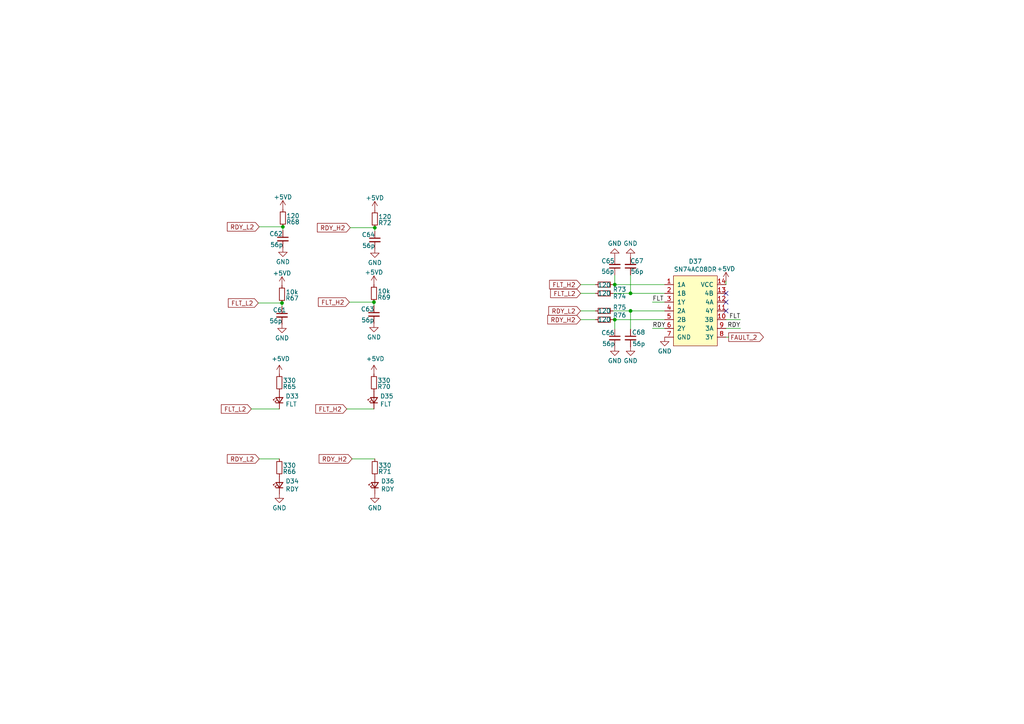
<source format=kicad_sch>
(kicad_sch (version 20211123) (generator eeschema)
  (paper "A4")
  (lib_symbols
    (symbol "Device:C_Small" (pin_numbers hide) (pin_names (offset 0.254) hide)
      (property "Reference" "C" (at 0.254 1.778 0))
      (property "Value" "C_Small" (at 0.254 -2.032 0))
      (symbol "C_Small_0_1"
        (polyline (pts (xy -1.524 -0.508) (xy 1.524 -0.508)) (stroke (width 0.3302)))
        (polyline (pts (xy -1.524 0.508) (xy 1.524 0.508)) (stroke (width 0.3048)))
      )
      (symbol "C_Small_1_1"
        (pin passive line (at 0 2.54 270) (length 2.032) (name "~") (number "1"))
        (pin passive line (at 0 -2.54 90) (length 2.032) (name "~") (number "2"))
      )
    )
    (symbol "Device:LED_Small" (pin_numbers hide) (pin_names (offset 0.254) hide)
      (property "Reference" "D" (at -1.27 3.175 0))
      (property "Value" "LED_Small" (at -4.445 -2.54 0))
      (symbol "LED_Small_0_1"
        (polyline (pts (xy -0.762 -1.016) (xy -0.762 1.016)) (stroke (width 0.254)))
        (polyline (pts (xy 1.016 0) (xy -0.762 0)))
        (polyline (pts (xy 0.762 -1.016) (xy -0.762 0) (xy 0.762 1.016) (xy 0.762 -1.016)) (stroke (width 0.254)))
        (polyline (pts (xy 0 0.762) (xy -0.508 1.27) (xy -0.254 1.27) (xy -0.508 1.27) (xy -0.508 1.016)))
        (polyline (pts (xy 0.508 1.27) (xy 0 1.778) (xy 0.254 1.778) (xy 0 1.778) (xy 0 1.524)))
      )
      (symbol "LED_Small_1_1"
        (pin passive line (at -2.54 0 0) (length 1.778) (name "K") (number "1"))
        (pin passive line (at 2.54 0 180) (length 1.778) (name "A") (number "2"))
      )
    )
    (symbol "Device:R_Small" (pin_numbers hide) (pin_names (offset 0.254) hide)
      (property "Reference" "R" (at 0.762 0.508 0))
      (property "Value" "R_Small" (at 0.762 -1.016 0))
      (symbol "R_Small_0_1"
        (rectangle (start -0.762 1.778) (end 0.762 -1.778) (stroke (width 0.2032)))
      )
      (symbol "R_Small_1_1"
        (pin passive line (at 0 2.54 270) (length 0.762) (name "~") (number "1"))
        (pin passive line (at 0 -2.54 90) (length 0.762) (name "~") (number "2"))
      )
    )
    (symbol "Logic:SN74AC08DR" (pin_names (offset 1.016))
      (property "Reference" "D" (at 0 0 0))
      (property "Value" "Logic_SN74AC08DR" (at 0 -2.54 0))
      (symbol "SN74AC08DR_0_1"
        (rectangle (start -6.35 -3.81) (end 6.35 -24.13) (fill (type background)))
      )
      (symbol "SN74AC08DR_1_1"
        (pin input line (at -8.89 -6.35 0) (length 2.54) (name "1A") (number "1"))
        (pin input line (at 8.89 -16.51 180) (length 2.54) (name "3B") (number "10"))
        (pin output line (at 8.89 -13.97 180) (length 2.54) (name "4Y") (number "11"))
        (pin input line (at 8.89 -11.43 180) (length 2.54) (name "4A") (number "12"))
        (pin input line (at 8.89 -8.89 180) (length 2.54) (name "4B") (number "13"))
        (pin input line (at 8.89 -6.35 180) (length 2.54) (name "VCC") (number "14"))
        (pin input line (at -8.89 -8.89 0) (length 2.54) (name "1B") (number "2"))
        (pin output line (at -8.89 -11.43 0) (length 2.54) (name "1Y") (number "3"))
        (pin input line (at -8.89 -13.97 0) (length 2.54) (name "2A") (number "4"))
        (pin input line (at -8.89 -16.51 0) (length 2.54) (name "2B") (number "5"))
        (pin output line (at -8.89 -19.05 0) (length 2.54) (name "2Y") (number "6"))
        (pin input line (at -8.89 -21.59 0) (length 2.54) (name "GND") (number "7"))
        (pin output line (at 8.89 -21.59 180) (length 2.54) (name "3Y") (number "8"))
        (pin input line (at 8.89 -19.05 180) (length 2.54) (name "3A") (number "9"))
      )
    )
    (symbol "power:+5VD" (power) (pin_names (offset 0))
      (property "Value" "+5VD" (at 0 3.556 0))
      (symbol "+5VD_0_1"
        (polyline (pts (xy -0.762 1.27) (xy 0 2.54)))
        (polyline (pts (xy 0 0) (xy 0 2.54)))
        (polyline (pts (xy 0 2.54) (xy 0.762 1.27)))
      )
      (symbol "+5VD_1_1"
        (pin power_in line (at 0 0 90) (length 0) hide (name "+5VD") (number "1"))
      )
    )
    (symbol "power:GND" (power) (pin_names (offset 0))
      (property "Value" "GND" (at 0 -3.81 0))
      (symbol "GND_0_1"
        (polyline (pts (xy 0 0) (xy 0 -1.27) (xy 1.27 -1.27) (xy 0 -2.54) (xy -1.27 -1.27) (xy 0 -1.27)))
      )
      (symbol "GND_1_1"
        (pin power_in line (at 0 0 270) (length 0) hide (name "GND") (number "1"))
      )
    )
  )
  (junction (at 81.788 87.884))
  (junction (at 178.308 82.55))
  (junction (at 82.042 65.786))
  (junction (at 108.458 87.63))
  (junction (at 182.88 85.09))
  (junction (at 182.88 90.17))
  (junction (at 108.712 66.04))
  (junction (at 178.308 92.71))
  (no_connect (at 210.566 87.63))
  (no_connect (at 210.566 90.17))
  (no_connect (at 210.566 85.09))
  (wire (pts (xy 214.757 92.71) (xy 210.566 92.71)))
  (wire (pts (xy 177.8 82.55) (xy 178.308 82.55)))
  (wire (pts (xy 178.308 95.504) (xy 178.308 92.71)))
  (wire (pts (xy 168.402 82.55) (xy 172.72 82.55)))
  (wire (pts (xy 101.6 66.04) (xy 108.712 66.04)))
  (wire (pts (xy 75.184 133.096) (xy 81.026 133.096)))
  (wire (pts (xy 75.184 65.786) (xy 82.042 65.786)))
  (wire (pts (xy 168.402 92.71) (xy 172.72 92.71)))
  (wire (pts (xy 210.566 97.79) (xy 211.328 97.79)))
  (wire (pts (xy 102.108 133.096) (xy 108.712 133.096)))
  (wire (pts (xy 214.757 95.25) (xy 210.566 95.25)))
  (wire (pts (xy 178.308 79.756) (xy 178.308 82.55)))
  (wire (pts (xy 189.23 95.25) (xy 192.786 95.25)))
  (wire (pts (xy 101.346 87.63) (xy 108.458 87.63)))
  (wire (pts (xy 108.458 88.646) (xy 108.458 87.63)))
  (wire (pts (xy 177.8 92.71) (xy 178.308 92.71)))
  (wire (pts (xy 74.93 87.884) (xy 81.788 87.884)))
  (wire (pts (xy 210.566 82.55) (xy 210.566 81.534)))
  (wire (pts (xy 177.8 90.17) (xy 182.88 90.17)))
  (wire (pts (xy 177.8 85.09) (xy 182.88 85.09)))
  (wire (pts (xy 168.402 90.17) (xy 172.72 90.17)))
  (wire (pts (xy 178.308 82.55) (xy 192.786 82.55)))
  (wire (pts (xy 72.898 118.618) (xy 81.026 118.618)))
  (wire (pts (xy 182.88 79.756) (xy 182.88 85.09)))
  (wire (pts (xy 81.788 88.9) (xy 81.788 87.884)))
  (wire (pts (xy 178.308 92.71) (xy 192.786 92.71)))
  (wire (pts (xy 100.584 118.618) (xy 108.458 118.618)))
  (wire (pts (xy 168.402 85.09) (xy 172.72 85.09)))
  (wire (pts (xy 182.88 95.504) (xy 182.88 90.17)))
  (wire (pts (xy 182.88 85.09) (xy 192.786 85.09)))
  (wire (pts (xy 189.23 87.63) (xy 192.786 87.63)))
  (wire (pts (xy 182.88 90.17) (xy 192.786 90.17)))
  (wire (pts (xy 108.712 67.056) (xy 108.712 66.04)))
  (wire (pts (xy 82.042 66.802) (xy 82.042 65.786)))
  (label "RDY" (at 214.757 95.25 180))
  (label "FLT" (at 189.23 87.63 0))
  (label "FLT" (at 214.757 92.71 180))
  (label "RDY" (at 189.23 95.25 0))
  (global_label "FLT_H2" (shape input) (at 101.346 87.63 180) (property "Intersheet References" "${INTERSHEET_REFS}" (effects hide)))
  (global_label "FLT_L2" (shape input) (at 72.898 118.618 180) (property "Intersheet References" "${INTERSHEET_REFS}" (effects hide)))
  (global_label "RDY_H2" (shape input) (at 101.6 66.04 180) (property "Intersheet References" "${INTERSHEET_REFS}" (effects hide)))
  (global_label "RDY_H2" (shape input) (at 168.402 92.71 180) (property "Intersheet References" "${INTERSHEET_REFS}" (effects hide)))
  (global_label "RDY_L2" (shape input) (at 75.184 133.096 180) (property "Intersheet References" "${INTERSHEET_REFS}" (effects hide)))
  (global_label "FLT_L2" (shape input) (at 74.93 87.884 180) (property "Intersheet References" "${INTERSHEET_REFS}" (effects hide)))
  (global_label "FLT_H2" (shape input) (at 168.402 82.55 180) (property "Intersheet References" "${INTERSHEET_REFS}" (effects hide)))
  (global_label "RDY_L2" (shape input) (at 75.184 65.786 180) (property "Intersheet References" "${INTERSHEET_REFS}" (effects hide)))
  (global_label "FLT_L2" (shape input) (at 168.402 85.09 180) (property "Intersheet References" "${INTERSHEET_REFS}" (effects hide)))
  (global_label "RDY_H2" (shape input) (at 102.108 133.096 180) (property "Intersheet References" "${INTERSHEET_REFS}" (effects hide)))
  (global_label "FAULT_2" (shape output) (at 211.328 97.79 0) (property "Intersheet References" "${INTERSHEET_REFS}" (effects hide)))
  (global_label "FLT_H2" (shape input) (at 100.584 118.618 180) (property "Intersheet References" "${INTERSHEET_REFS}" (effects hide)))
  (global_label "RDY_L2" (shape input) (at 168.402 90.17 180) (property "Intersheet References" "${INTERSHEET_REFS}" (effects hide)))
  (symbol (lib_id "Device:C_Small") (at 182.88 77.216 180) (unit 1)
    (property "Reference" "C67" (at 186.69 75.692 0) (effects (justify left)))
    (property "Value" "56p" (at 186.69 78.74 0) (effects (justify left)))
    (property "Footprint" "Capacitor_SMD:C_0805_2012Metric_Pad1.18x1.45mm_HandSolder" (effects hide))
  )
  (symbol (lib_id "Device:R_Small") (at 81.026 110.998 180) (unit 1)
    (property "Reference" "R65" (at 83.947 112.141 0))
    (property "Value" "330" (at 83.947 110.363 0))
    (property "Footprint" "Resistor_SMD:R_0805_2012Metric_Pad1.20x1.40mm_HandSolder" (effects hide))
  )
  (symbol (lib_id "Device:LED_Small") (at 81.026 116.078 90) (unit 1)
    (property "Reference" "D33" (at 82.804 114.9096 90) (effects (justify right)))
    (property "Value" "FLT" (at 82.804 117.221 90) (effects (justify right)))
    (property "Footprint" "LED_SMD:LED_0805_2012Metric_Pad1.15x1.40mm_HandSolder" (effects hide))
  )
  (symbol (lib_id "power:+5VD") (at 210.566 81.534 0) (unit 1)
    (property "Reference" "#PWR0104" (effects hide))
    (property "Value" "+5VD" (at 210.566 77.978 0))
  )
  (symbol (lib_id "Device:C_Small") (at 81.788 91.44 0) (unit 1)
    (property "Reference" "C61" (at 79.121 89.916 0) (effects (justify left)))
    (property "Value" "56p" (at 78.105 93.091 0) (effects (justify left)))
    (property "Footprint" "Capacitor_SMD:C_0805_2012Metric_Pad1.18x1.45mm_HandSolder" (effects hide))
  )
  (symbol (lib_id "Device:R_Small") (at 108.458 85.09 180) (unit 1)
    (property "Reference" "R69" (at 111.379 86.233 0))
    (property "Value" "10k" (at 111.379 84.455 0))
    (property "Footprint" "Resistor_SMD:R_0805_2012Metric_Pad1.20x1.40mm_HandSolder" (effects hide))
  )
  (symbol (lib_id "Device:LED_Small") (at 81.026 140.716 90) (unit 1)
    (property "Reference" "D34" (at 82.804 139.5476 90) (effects (justify right)))
    (property "Value" "RDY" (at 82.804 141.859 90) (effects (justify right)))
    (property "Footprint" "LED_SMD:LED_0805_2012Metric_Pad1.15x1.40mm_HandSolder" (effects hide))
  )
  (symbol (lib_id "power:GND") (at 81.788 93.98 0) (unit 1)
    (property "Reference" "#PWR0182" (effects hide))
    (property "Value" "GND" (at 79.756 98.044 0) (effects (justify left)))
  )
  (symbol (lib_id "Device:LED_Small") (at 108.712 140.716 90) (unit 1)
    (property "Reference" "D36" (at 110.49 139.5476 90) (effects (justify right)))
    (property "Value" "RDY" (at 110.49 141.859 90) (effects (justify right)))
    (property "Footprint" "LED_SMD:LED_0805_2012Metric_Pad1.15x1.40mm_HandSolder" (effects hide))
  )
  (symbol (lib_id "Device:C_Small") (at 178.308 77.216 180) (unit 1)
    (property "Reference" "C65" (at 178.308 75.692 0) (effects (justify left)))
    (property "Value" "56p" (at 178.181 78.74 0) (effects (justify left)))
    (property "Footprint" "Capacitor_SMD:C_0805_2012Metric_Pad1.18x1.45mm_HandSolder" (effects hide))
  )
  (symbol (lib_id "power:GND") (at 81.026 143.256 0) (unit 1)
    (property "Reference" "#PWR0184" (effects hide))
    (property "Value" "GND" (at 78.994 147.32 0) (effects (justify left)))
  )
  (symbol (lib_id "power:+5VD") (at 108.712 60.96 0) (unit 1)
    (property "Reference" "#PWR097" (effects hide))
    (property "Value" "+5VD" (at 108.712 57.404 0))
  )
  (symbol (lib_id "Device:C_Small") (at 182.88 98.044 0) (unit 1)
    (property "Reference" "C68" (at 183.261 96.393 0) (effects (justify left)))
    (property "Value" "56p" (at 183.388 99.695 0) (effects (justify left)))
    (property "Footprint" "Capacitor_SMD:C_0805_2012Metric_Pad1.18x1.45mm_HandSolder" (effects hide))
  )
  (symbol (lib_id "power:GND") (at 178.308 74.676 180) (unit 1)
    (property "Reference" "#PWR0177" (effects hide))
    (property "Value" "GND" (at 180.34 70.612 0) (effects (justify left)))
  )
  (symbol (lib_id "power:GND") (at 182.88 100.584 0) (unit 1)
    (property "Reference" "#PWR0179" (effects hide))
    (property "Value" "GND" (at 180.848 104.648 0) (effects (justify left)))
  )
  (symbol (lib_id "power:GND") (at 192.786 97.79 0) (unit 1)
    (property "Reference" "#PWR0187" (effects hide))
    (property "Value" "GND" (at 190.754 101.854 0) (effects (justify left)))
  )
  (symbol (lib_id "power:GND") (at 108.712 143.256 0) (unit 1)
    (property "Reference" "#PWR0185" (effects hide))
    (property "Value" "GND" (at 106.68 147.32 0) (effects (justify left)))
  )
  (symbol (lib_id "power:+5VD") (at 82.042 60.706 0) (unit 1)
    (property "Reference" "#PWR091" (effects hide))
    (property "Value" "+5VD" (at 82.042 57.15 0))
  )
  (symbol (lib_id "Device:R_Small") (at 175.26 85.09 270) (unit 1)
    (property "Reference" "R74" (at 179.705 85.979 90))
    (property "Value" "120" (at 175.26 85.09 90))
    (property "Footprint" "Resistor_SMD:R_0805_2012Metric_Pad1.20x1.40mm_HandSolder" (effects hide))
  )
  (symbol (lib_id "power:+5VD") (at 81.788 82.804 0) (unit 1)
    (property "Reference" "#PWR089" (effects hide))
    (property "Value" "+5VD" (at 81.788 79.248 0))
  )
  (symbol (lib_id "power:GND") (at 178.308 100.584 0) (unit 1)
    (property "Reference" "#PWR0180" (effects hide))
    (property "Value" "GND" (at 176.276 104.648 0) (effects (justify left)))
  )
  (symbol (lib_id "Device:LED_Small") (at 108.458 116.078 90) (unit 1)
    (property "Reference" "D35" (at 110.236 114.9096 90) (effects (justify right)))
    (property "Value" "FLT" (at 110.236 117.221 90) (effects (justify right)))
    (property "Footprint" "LED_SMD:LED_0805_2012Metric_Pad1.15x1.40mm_HandSolder" (effects hide))
  )
  (symbol (lib_id "Device:R_Small") (at 108.712 135.636 180) (unit 1)
    (property "Reference" "R71" (at 111.633 136.779 0))
    (property "Value" "330" (at 111.633 135.001 0))
    (property "Footprint" "Resistor_SMD:R_0805_2012Metric_Pad1.20x1.40mm_HandSolder" (effects hide))
  )
  (symbol (lib_id "Device:C_Small") (at 178.308 98.044 0) (unit 1)
    (property "Reference" "C66" (at 174.371 96.52 0) (effects (justify left)))
    (property "Value" "56p" (at 174.625 99.695 0) (effects (justify left)))
    (property "Footprint" "Capacitor_SMD:C_0805_2012Metric_Pad1.18x1.45mm_HandSolder" (effects hide))
  )
  (symbol (lib_id "Device:R_Small") (at 81.788 85.344 180) (unit 1)
    (property "Reference" "R67" (at 84.709 86.487 0))
    (property "Value" "10k" (at 84.709 84.709 0))
    (property "Footprint" "Resistor_SMD:R_0805_2012Metric_Pad1.20x1.40mm_HandSolder" (effects hide))
  )
  (symbol (lib_id "Device:C_Small") (at 108.458 91.186 0) (unit 1)
    (property "Reference" "C63" (at 104.648 89.662 0) (effects (justify left)))
    (property "Value" "56p" (at 104.775 92.837 0) (effects (justify left)))
    (property "Footprint" "Capacitor_SMD:C_0805_2012Metric_Pad1.18x1.45mm_HandSolder" (effects hide))
  )
  (symbol (lib_id "power:+5VD") (at 81.026 108.458 0) (unit 1)
    (property "Reference" "#PWR087" (effects hide))
    (property "Value" "+5VD" (at 81.407 104.0638 0))
  )
  (symbol (lib_id "Device:R_Small") (at 108.458 110.998 180) (unit 1)
    (property "Reference" "R70" (at 111.379 112.141 0))
    (property "Value" "330" (at 111.379 110.363 0))
    (property "Footprint" "Resistor_SMD:R_0805_2012Metric_Pad1.20x1.40mm_HandSolder" (effects hide))
  )
  (symbol (lib_id "power:GND") (at 108.712 72.136 0) (unit 1)
    (property "Reference" "#PWR0181" (effects hide))
    (property "Value" "GND" (at 106.68 76.2 0) (effects (justify left)))
  )
  (symbol (lib_id "Device:R_Small") (at 108.712 63.5 180) (unit 1)
    (property "Reference" "R72" (at 111.633 64.643 0))
    (property "Value" "120" (at 111.633 62.865 0))
    (property "Footprint" "Resistor_SMD:R_0805_2012Metric_Pad1.20x1.40mm_HandSolder" (effects hide))
  )
  (symbol (lib_id "Device:C_Small") (at 82.042 69.342 0) (unit 1)
    (property "Reference" "C62" (at 78.105 67.818 0) (effects (justify left)))
    (property "Value" "56p" (at 78.359 70.993 0) (effects (justify left)))
    (property "Footprint" "Capacitor_SMD:C_0805_2012Metric_Pad1.18x1.45mm_HandSolder" (effects hide))
  )
  (symbol (lib_id "power:GND") (at 182.88 74.676 180) (unit 1)
    (property "Reference" "#PWR0178" (effects hide))
    (property "Value" "GND" (at 184.912 70.612 0) (effects (justify left)))
  )
  (symbol (lib_id "Device:C_Small") (at 108.712 69.596 0) (unit 1)
    (property "Reference" "C64" (at 104.902 68.072 0) (effects (justify left)))
    (property "Value" "56p" (at 105.029 71.247 0) (effects (justify left)))
    (property "Footprint" "Capacitor_SMD:C_0805_2012Metric_Pad1.18x1.45mm_HandSolder" (effects hide))
  )
  (symbol (lib_id "Device:R_Small") (at 175.26 90.17 270) (unit 1)
    (property "Reference" "R75" (at 179.705 89.154 90))
    (property "Value" "120" (at 175.26 90.17 90))
    (property "Footprint" "Resistor_SMD:R_0805_2012Metric_Pad1.20x1.40mm_HandSolder" (effects hide))
  )
  (symbol (lib_id "power:GND") (at 108.458 93.726 0) (unit 1)
    (property "Reference" "#PWR0186" (effects hide))
    (property "Value" "GND" (at 106.426 97.79 0) (effects (justify left)))
  )
  (symbol (lib_id "power:+5VD") (at 108.458 108.458 0) (unit 1)
    (property "Reference" "#PWR095" (effects hide))
    (property "Value" "+5VD" (at 108.839 104.0638 0))
  )
  (symbol (lib_id "Logic:SN74AC08DR") (at 201.676 76.2 0) (unit 1)
    (property "Reference" "D37" (at 201.676 75.819 0))
    (property "Value" "SN74AC08DR" (at 201.676 78.1304 0))
    (property "Footprint" "Package_SO:SOIC-14_3.9x8.7mm_P1.27mm" (effects hide))
  )
  (symbol (lib_id "Device:R_Small") (at 82.042 63.246 180) (unit 1)
    (property "Reference" "R68" (at 84.963 64.389 0))
    (property "Value" "120" (at 84.963 62.611 0))
    (property "Footprint" "Resistor_SMD:R_0805_2012Metric_Pad1.20x1.40mm_HandSolder" (effects hide))
  )
  (symbol (lib_id "Device:R_Small") (at 175.26 82.55 270) (unit 1)
    (property "Reference" "R73" (at 179.705 83.947 90))
    (property "Value" "120" (at 175.26 82.677 90))
    (property "Footprint" "Resistor_SMD:R_0805_2012Metric_Pad1.20x1.40mm_HandSolder" (effects hide))
  )
  (symbol (lib_id "Device:R_Small") (at 175.26 92.71 270) (unit 1)
    (property "Reference" "R76" (at 179.705 91.44 90))
    (property "Value" "120" (at 175.26 92.71 90))
    (property "Footprint" "Resistor_SMD:R_0805_2012Metric_Pad1.20x1.40mm_HandSolder" (effects hide))
  )
  (symbol (lib_id "power:+5VD") (at 108.458 82.55 0) (unit 1)
    (property "Reference" "#PWR093" (effects hide))
    (property "Value" "+5VD" (at 108.458 78.994 0))
  )
  (symbol (lib_id "power:GND") (at 82.042 71.882 0) (unit 1)
    (property "Reference" "#PWR0183" (effects hide))
    (property "Value" "GND" (at 80.01 75.946 0) (effects (justify left)))
  )
  (symbol (lib_id "Device:R_Small") (at 81.026 135.636 180) (unit 1)
    (property "Reference" "R66" (at 83.947 136.779 0))
    (property "Value" "330" (at 83.947 135.001 0))
    (property "Footprint" "Resistor_SMD:R_0805_2012Metric_Pad1.20x1.40mm_HandSolder" (effects hide))
  )
)
</source>
